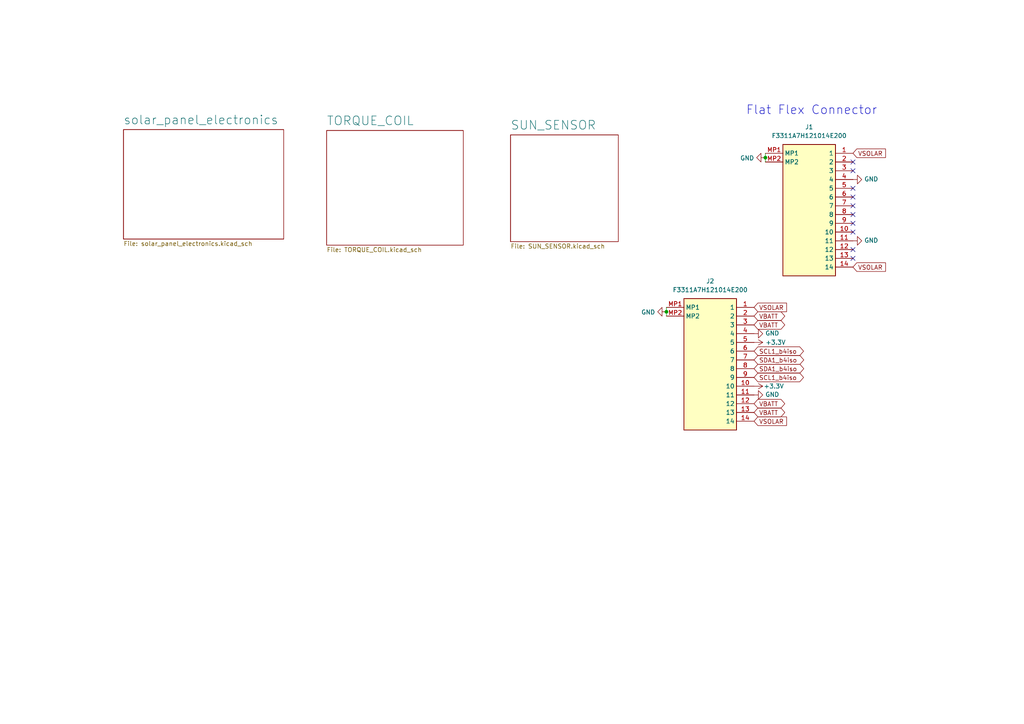
<source format=kicad_sch>
(kicad_sch (version 20230121) (generator eeschema)
  (paper "A4")
  (lib_symbols
    (symbol "F3311A7H121008E200:F3311A7H121014E200"
      (property "Reference" "J" (at 21.59 7.62 0))
      (property "Value" "F3311A7H121014E200" (at 21.59 5.08 0))
      (symbol "F3311A7H121014E200_1_1"
        (rectangle (start 5.08 2.54) (end 20.32 -35.56) (stroke (width 0.254)) (fill (type background)))
        (pin passive line (at 25.4 0 180) (length 5.08) (name "1") (number "1"))
        (pin passive line (at 25.4 -22.86 180) (length 5.08) (name "10") (number "10"))
        (pin passive line (at 25.4 -25.4 180) (length 5.08) (name "11") (number "11"))
        (pin passive line (at 25.4 -27.94 180) (length 5.08) (name "12") (number "12"))
        (pin passive line (at 25.4 -30.48 180) (length 5.08) (name "13") (number "13"))
        (pin passive line (at 25.4 -33.02 180) (length 5.08) (name "14") (number "14"))
        (pin passive line (at 25.4 -2.54 180) (length 5.08) (name "2") (number "2"))
        (pin passive line (at 25.4 -5.08 180) (length 5.08) (name "3") (number "3"))
        (pin passive line (at 25.4 -7.62 180) (length 5.08) (name "4") (number "4"))
        (pin passive line (at 25.4 -10.16 180) (length 5.08) (name "5") (number "5"))
        (pin passive line (at 25.4 -12.7 180) (length 5.08) (name "6") (number "6"))
        (pin passive line (at 25.4 -15.24 180) (length 5.08) (name "7") (number "7"))
        (pin passive line (at 25.4 -17.78 180) (length 5.08) (name "8") (number "8"))
        (pin passive line (at 25.4 -20.32 180) (length 5.08) (name "9") (number "9"))
        (pin passive line (at 0 0 0) (length 5.08) (name "MP1") (number "MP1"))
        (pin passive line (at 0 -2.54 0) (length 5.08) (name "MP2") (number "MP2"))
      )
    )
    (symbol "power:+3.3V" (power) (pin_names (offset 0))
      (property "Value" "+3.3V" (at 0 3.556 0))
      (symbol "+3.3V_0_1"
        (polyline (pts (xy -0.762 1.27) (xy 0 2.54)))
        (polyline (pts (xy 0 0) (xy 0 2.54)))
        (polyline (pts (xy 0 2.54) (xy 0.762 1.27)))
      )
      (symbol "+3.3V_1_1"
        (pin power_in line (at 0 0 90) (length 0) hide (name "+3.3V") (number "1"))
      )
    )
    (symbol "power:GND" (power) (pin_names (offset 0))
      (property "Value" "GND" (at 0 -3.81 0))
      (symbol "GND_0_1"
        (polyline (pts (xy 0 0) (xy 0 -1.27) (xy 1.27 -1.27) (xy 0 -2.54) (xy -1.27 -1.27) (xy 0 -1.27)))
      )
      (symbol "GND_1_1"
        (pin power_in line (at 0 0 270) (length 0) hide (name "GND") (number "1"))
      )
    )
  )
  (junction (at 193.294 90.424))
  (junction (at 221.996 45.72))
  (no_connect (at 247.396 59.69))
  (no_connect (at 247.396 62.23))
  (no_connect (at 247.396 67.31))
  (no_connect (at 247.396 74.93))
  (no_connect (at 247.396 49.53))
  (no_connect (at 247.396 46.99))
  (no_connect (at 247.396 64.77))
  (no_connect (at 247.396 57.15))
  (no_connect (at 247.396 72.39))
  (no_connect (at 247.396 54.61))
  (wire (pts (xy 193.294 89.154) (xy 193.294 90.424)))
  (wire (pts (xy 221.996 45.72) (xy 221.996 46.99)))
  (wire (pts (xy 221.996 44.45) (xy 221.996 45.72)))
  (wire (pts (xy 193.294 90.424) (xy 193.294 91.694)))
  (text "Flat Flex Connector" (at 254.508 33.528 0) (effects (font (size 2.54 2.54)) (justify right bottom)))
  (global_label "VBATT" (shape bidirectional) (at 218.694 94.234 0) (property "Intersheetrefs" "${INTERSHEET_REFS}" (effects hide)))
  (global_label "VBATT" (shape bidirectional) (at 218.694 119.634 0) (property "Intersheetrefs" "${INTERSHEET_REFS}" (effects hide)))
  (global_label "VSOLAR" (shape input) (at 218.694 122.174 0) (property "Intersheetrefs" "${INTERSHEET_REFS}" (effects hide)))
  (global_label "VSOLAR" (shape input) (at 247.396 44.45 0) (property "Intersheetrefs" "${INTERSHEET_REFS}" (effects hide)))
  (global_label "VBATT" (shape bidirectional) (at 218.694 117.094 0) (property "Intersheetrefs" "${INTERSHEET_REFS}" (effects hide)))
  (global_label "VSOLAR" (shape input) (at 218.694 89.154 0) (property "Intersheetrefs" "${INTERSHEET_REFS}" (effects hide)))
  (global_label "SCL1_b4iso" (shape bidirectional) (at 218.694 109.474 0) (property "Intersheetrefs" "${INTERSHEET_REFS}" (effects hide)))
  (global_label "VSOLAR" (shape input) (at 247.396 77.47 0) (property "Intersheetrefs" "${INTERSHEET_REFS}" (effects hide)))
  (global_label "SCL1_b4iso" (shape bidirectional) (at 218.694 101.854 0) (property "Intersheetrefs" "${INTERSHEET_REFS}" (effects hide)))
  (global_label "VBATT" (shape bidirectional) (at 218.694 91.694 0) (property "Intersheetrefs" "${INTERSHEET_REFS}" (effects hide)))
  (global_label "SDA1_b4iso" (shape bidirectional) (at 218.694 106.934 0) (property "Intersheetrefs" "${INTERSHEET_REFS}" (effects hide)))
  (global_label "SDA1_b4iso" (shape bidirectional) (at 218.694 104.394 0) (property "Intersheetrefs" "${INTERSHEET_REFS}" (effects hide)))
  (symbol (lib_id "power:GND") (at 193.294 90.424 270) (unit 1)
    (property "Reference" "#PWR051" (effects hide))
    (property "Value" "GND" (at 190.0428 90.551 90) (effects (justify right)))
  )
  (symbol (lib_id "F3311A7H121008E200:F3311A7H121014E200") (at 193.294 89.154 0) (unit 1)
    (property "Reference" "J2" (at 205.994 81.534 0))
    (property "Value" "F3311A7H121014E200" (at 205.994 84.074 0))
    (property "Footprint" "F3311A7H121014E200" (effects hide))
    (property "Datasheet" "https://cdn.amphenol-cs.com/media/wysiwyg/files/documentation/datasheet/flex/ffc_fpc_050mm_f331.pdf" (effects hide))
    (property "Height" "1.12" (effects hide))
    (property "Manufacturer_Name" "Amphenol Communications Solutions" (effects hide))
    (property "Manufacturer_Part_Number" "F3311A7H121014E200" (effects hide))
  )
  (symbol (lib_id "power:GND") (at 247.396 69.85 90) (unit 1)
    (property "Reference" "#PWR053" (effects hide))
    (property "Value" "GND" (at 250.6472 69.723 90) (effects (justify right)))
  )
  (symbol (lib_id "power:GND") (at 218.694 96.774 90) (unit 1)
    (property "Reference" "#PWR024" (effects hide))
    (property "Value" "GND" (at 221.9452 96.647 90) (effects (justify right)))
  )
  (symbol (lib_id "power:+3.3V") (at 218.694 99.314 270) (mirror x) (unit 1)
    (property "Reference" "#PWR025" (effects hide))
    (property "Value" "+3.3V" (at 221.996 99.314 90) (effects (justify left)))
  )
  (symbol (lib_id "power:+3.3V") (at 218.694 112.014 270) (mirror x) (unit 1)
    (property "Reference" "#PWR026" (effects hide))
    (property "Value" "+3.3V" (at 221.488 112.014 90) (effects (justify left)))
  )
  (symbol (lib_id "F3311A7H121008E200:F3311A7H121014E200") (at 221.996 44.45 0) (unit 1)
    (property "Reference" "J1" (at 234.696 36.83 0))
    (property "Value" "F3311A7H121014E200" (at 234.696 39.37 0))
    (property "Footprint" "F3311A7H121014E200" (effects hide))
    (property "Datasheet" "https://cdn.amphenol-cs.com/media/wysiwyg/files/documentation/datasheet/flex/ffc_fpc_050mm_f331.pdf" (effects hide))
    (property "Height" "1.12" (effects hide))
    (property "Manufacturer_Name" "Amphenol Communications Solutions" (effects hide))
    (property "Manufacturer_Part_Number" "F3311A7H121014E200" (effects hide))
  )
  (symbol (lib_id "power:GND") (at 247.396 52.07 90) (unit 1)
    (property "Reference" "#PWR052" (effects hide))
    (property "Value" "GND" (at 250.6472 51.943 90) (effects (justify right)))
  )
  (symbol (lib_id "power:GND") (at 218.694 114.554 90) (unit 1)
    (property "Reference" "#PWR027" (effects hide))
    (property "Value" "GND" (at 221.9452 114.427 90) (effects (justify right)))
  )
  (symbol (lib_id "power:GND") (at 221.996 45.72 270) (unit 1)
    (property "Reference" "#PWR023" (effects hide))
    (property "Value" "GND" (at 218.7448 45.847 90) (effects (justify right)))
  )
  (sheet (at 148.082 39.116) (size 31.242 30.988) (stroke (width 0.1524))
    (property "Sheetname" "SUN_SENSOR" (at 148.082 37.7694 0) (effects (font (size 2.54 2.54)) (justify left bottom)))
    (property "Sheetfile" "SUN_SENSOR.kicad_sch" (at 148.082 70.6886 0) (effects (justify left top)))
  )
  (sheet (at 94.742 37.846) (size 39.624 33.274) (stroke (width 0.1524))
    (property "Sheetname" "TORQUE_COIL" (at 94.742 36.4994 0) (effects (font (size 2.54 2.54)) (justify left bottom)))
    (property "Sheetfile" "TORQUE_COIL.kicad_sch" (at 94.742 71.7046 0) (effects (justify left top)))
  )
  (sheet (at 35.814 37.592) (size 46.482 31.75) (stroke (width 0.1524))
    (property "Sheetname" "solar_panel_electronics" (at 35.814 36.2454 0) (effects (font (size 2.54 2.54)) (justify left bottom)))
    (property "Sheetfile" "solar_panel_electronics.kicad_sch" (at 35.814 69.9266 0) (effects (justify left top)))
  )
)
</source>
